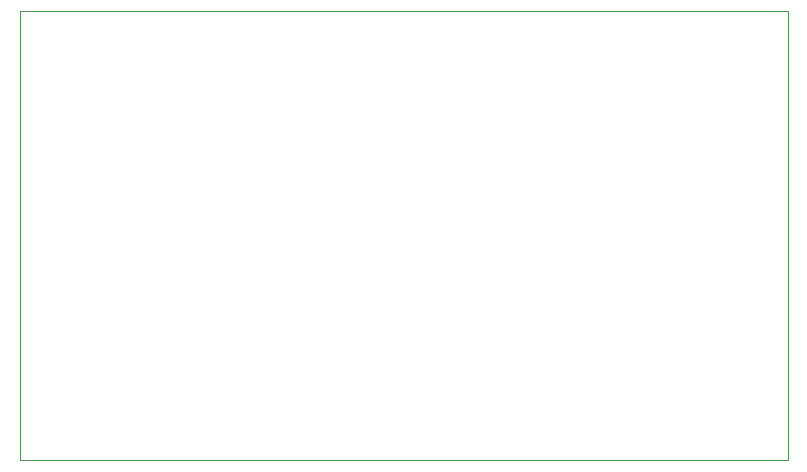
<source format=gbr>
%TF.GenerationSoftware,KiCad,Pcbnew,(5.1.6)-1*%
%TF.CreationDate,2020-09-26T21:02:15-04:00*%
%TF.ProjectId,CellLight,43656c6c-4c69-4676-9874-2e6b69636164,rev?*%
%TF.SameCoordinates,Original*%
%TF.FileFunction,Profile,NP*%
%FSLAX46Y46*%
G04 Gerber Fmt 4.6, Leading zero omitted, Abs format (unit mm)*
G04 Created by KiCad (PCBNEW (5.1.6)-1) date 2020-09-26 21:02:15*
%MOMM*%
%LPD*%
G01*
G04 APERTURE LIST*
%TA.AperFunction,Profile*%
%ADD10C,0.100000*%
%TD*%
G04 APERTURE END LIST*
D10*
X246450000Y-131400000D02*
X246450000Y-93400000D01*
X181450000Y-131400000D02*
X246450000Y-131400000D01*
X181450000Y-93400000D02*
X181450000Y-131400000D01*
X246450000Y-93400000D02*
X181450000Y-93400000D01*
M02*

</source>
